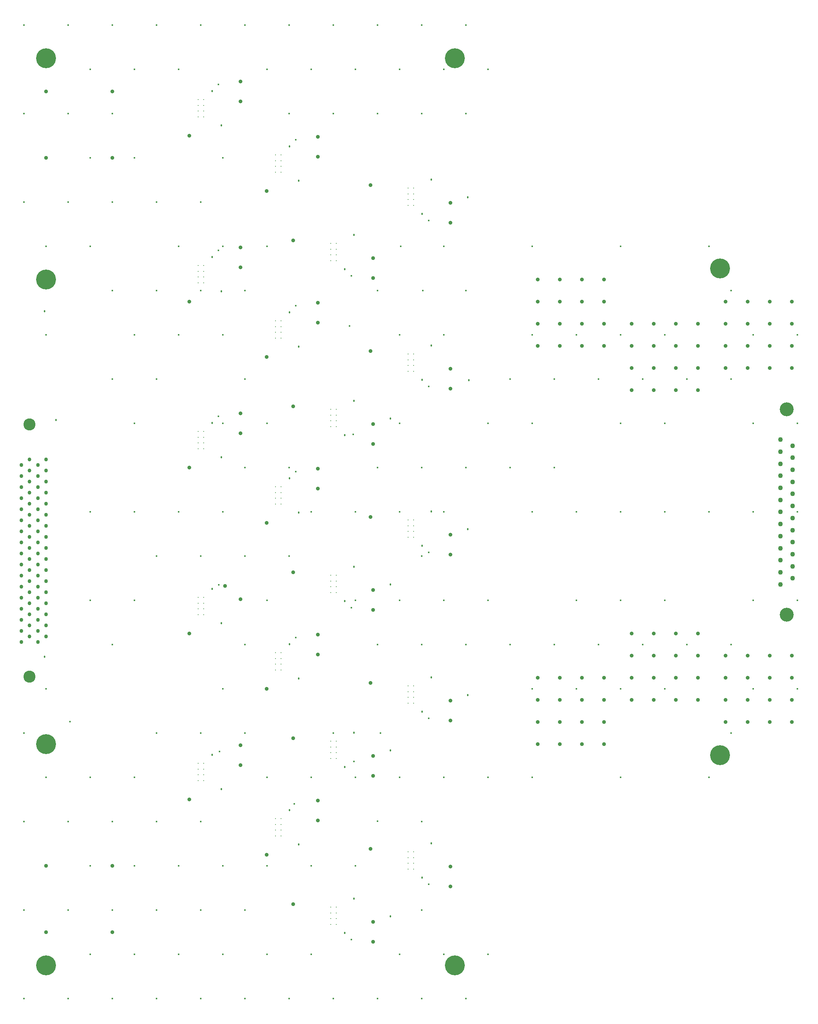
<source format=gbr>
%TF.GenerationSoftware,Altium Limited,Altium Designer,25.0.2 (28)*%
G04 Layer_Color=0*
%FSLAX45Y45*%
%MOMM*%
%TF.SameCoordinates,97F7605E-EDA1-4B57-83DE-D803DCB7673D*%
%TF.FilePolarity,Positive*%
%TF.FileFunction,Plated,1,6,PTH,Drill*%
%TF.Part,Single*%
G01*
G75*
%TA.AperFunction,ComponentDrill*%
%ADD92C,0.86360*%
%ADD93C,2.76860*%
%ADD94C,0.91440*%
%TA.AperFunction,OtherDrill,Pad Free-Vs+ (35.56mm,71.12mm)*%
%ADD95C,0.91440*%
%TA.AperFunction,OtherDrill,Pad Free-Ve (35.56mm,233.68mm)*%
%ADD96C,0.91440*%
%TA.AperFunction,ComponentDrill*%
%ADD97C,1.09000*%
%ADD98C,3.20000*%
%TA.AperFunction,OtherDrill,Pad Free-Vs+ (35.56mm,248.92mm)*%
%ADD99C,0.91440*%
%TA.AperFunction,OtherDrill,Pad Free-Vg (50.8mm,248.92mm)*%
%ADD100C,0.91440*%
%TA.AperFunction,OtherDrill,Pad Free-Vs- (50.8mm,233.68mm)*%
%ADD101C,0.91440*%
%TA.AperFunction,OtherDrill,Pad Free-Ve (35.56mm,55.88mm)*%
%ADD102C,0.91440*%
%TA.AperFunction,OtherDrill,Pad Free-Vs- (50.8mm,55.88mm)*%
%ADD103C,0.91440*%
%TA.AperFunction,OtherDrill,Pad Free-Vg (50.8mm,71.12mm)*%
%ADD104C,0.91440*%
%TA.AperFunction,OtherDrill,Pad Free-4.5mm (190.5mm,208.28mm)*%
%ADD105C,4.57200*%
%TA.AperFunction,OtherDrill,Pad Free-4.5mm (190.5mm,96.52mm)*%
%ADD106C,4.57200*%
%TA.AperFunction,OtherDrill,Pad Free-4.5mm (35.56mm,205.74mm)*%
%ADD107C,4.57200*%
%TA.AperFunction,OtherDrill,Pad Free-4.5mm (35.56mm,99.06mm)*%
%ADD108C,4.57200*%
%TA.AperFunction,OtherDrill,Pad Free-4.5mm (35.56mm,256.54mm)*%
%ADD109C,4.57200*%
%TA.AperFunction,OtherDrill,Pad Free-4.5mm (129.54mm,256.54mm)*%
%ADD110C,4.57200*%
%TA.AperFunction,OtherDrill,Pad Free-4.5mm (129.54mm,48.26mm)*%
%ADD111C,4.57200*%
%TA.AperFunction,OtherDrill,Pad Free-4.5mm (35.56mm,48.26mm)*%
%ADD112C,4.57200*%
%TA.AperFunction,ViaDrill,NotFilled*%
%ADD113C,0.40640*%
%ADD114C,0.45720*%
%ADD115C,0.91440*%
%ADD116C,0.20000*%
D92*
X3365500Y12255500D02*
D03*
Y12509500D02*
D03*
X3556000Y12382500D02*
D03*
X3365500Y12763500D02*
D03*
X3556000Y12636500D02*
D03*
X3365500Y13017500D02*
D03*
X3556000Y12890500D02*
D03*
X3365500Y13271500D02*
D03*
X3556000Y13144501D02*
D03*
X3365500Y13525500D02*
D03*
X3556000Y13398500D02*
D03*
X3365500Y13779500D02*
D03*
X3556000Y13652499D02*
D03*
X3365500Y14033501D02*
D03*
X3556000Y13906500D02*
D03*
X3365500Y14287500D02*
D03*
X3556000Y14160500D02*
D03*
X3365500Y14541499D02*
D03*
X3556000Y14414500D02*
D03*
X3365500Y14795500D02*
D03*
X3556000Y14668500D02*
D03*
X3365500Y15049500D02*
D03*
X3556000Y14922501D02*
D03*
X3365500Y15303500D02*
D03*
X3556000Y15176500D02*
D03*
X3365500Y15557500D02*
D03*
X3556000Y15430499D02*
D03*
X3365500Y15811501D02*
D03*
X3556000Y15684500D02*
D03*
X3365500Y16065500D02*
D03*
X3556000Y15938499D02*
D03*
X3365500Y16319501D02*
D03*
X3556000Y16192500D02*
D03*
Y16446500D02*
D03*
X2984500Y12255500D02*
D03*
Y12509500D02*
D03*
X3175000Y12382500D02*
D03*
X2984500Y12763500D02*
D03*
X3175000Y12636500D02*
D03*
X2984500Y13017500D02*
D03*
X3175000Y12890500D02*
D03*
X2984500Y13271500D02*
D03*
X3175000Y13144501D02*
D03*
X2984500Y13525500D02*
D03*
X3175000Y13398500D02*
D03*
X2984500Y13779500D02*
D03*
X3175000Y13652499D02*
D03*
X2984500Y14033501D02*
D03*
X3175000Y13906500D02*
D03*
X2984500Y14287500D02*
D03*
X3175000Y14160500D02*
D03*
X2984500Y14541499D02*
D03*
X3175000Y14414500D02*
D03*
X2984500Y14795500D02*
D03*
X3175000Y14668500D02*
D03*
X2984500Y15049500D02*
D03*
X3175000Y14922501D02*
D03*
X2984500Y15303500D02*
D03*
X3175000Y15176500D02*
D03*
X2984500Y15557500D02*
D03*
X3175000Y15430499D02*
D03*
X2984500Y15811501D02*
D03*
X3175000Y15684500D02*
D03*
X2984500Y16065500D02*
D03*
X3175000Y15938499D02*
D03*
X2984500Y16319501D02*
D03*
X3175000Y16192500D02*
D03*
Y16446500D02*
D03*
D93*
Y11455400D02*
D03*
Y17246600D02*
D03*
D94*
X16383000Y19050000D02*
D03*
Y19558000D02*
D03*
Y20066000D02*
D03*
Y20574001D02*
D03*
X15875000Y19050000D02*
D03*
Y19558000D02*
D03*
Y20066000D02*
D03*
Y20574001D02*
D03*
X15367000Y19050000D02*
D03*
Y19558000D02*
D03*
Y20066000D02*
D03*
Y20574001D02*
D03*
X14859000Y19050000D02*
D03*
Y19558000D02*
D03*
Y20066000D02*
D03*
Y20574001D02*
D03*
X18542000Y12446000D02*
D03*
Y11938000D02*
D03*
Y11430000D02*
D03*
Y10922000D02*
D03*
X18034000Y12446000D02*
D03*
Y11938000D02*
D03*
Y11430000D02*
D03*
Y10922000D02*
D03*
X17525999Y12446000D02*
D03*
Y11938000D02*
D03*
Y11430000D02*
D03*
Y10922000D02*
D03*
X17017999Y12446000D02*
D03*
Y11938000D02*
D03*
Y11430000D02*
D03*
Y10922000D02*
D03*
X20700999Y11938000D02*
D03*
Y11430000D02*
D03*
Y10922000D02*
D03*
Y10414000D02*
D03*
X20192999Y11938000D02*
D03*
Y11430000D02*
D03*
Y10922000D02*
D03*
Y10414000D02*
D03*
X19685001Y11938000D02*
D03*
Y11430000D02*
D03*
Y10922000D02*
D03*
Y10414000D02*
D03*
X19177000Y11938000D02*
D03*
Y11430000D02*
D03*
Y10922000D02*
D03*
Y10414000D02*
D03*
X20700999Y18542000D02*
D03*
Y19050000D02*
D03*
Y19558000D02*
D03*
Y20066000D02*
D03*
X20192999Y18542000D02*
D03*
Y19050000D02*
D03*
Y19558000D02*
D03*
Y20066000D02*
D03*
X19685001Y18542000D02*
D03*
Y19050000D02*
D03*
Y19558000D02*
D03*
Y20066000D02*
D03*
X19177000Y18542000D02*
D03*
Y19050000D02*
D03*
Y19558000D02*
D03*
Y20066000D02*
D03*
X16383000Y11430000D02*
D03*
Y10922000D02*
D03*
Y10414000D02*
D03*
Y9906000D02*
D03*
X15875000Y11430000D02*
D03*
Y10922000D02*
D03*
Y10414000D02*
D03*
Y9906000D02*
D03*
X15367000Y11430000D02*
D03*
Y10922000D02*
D03*
Y10414000D02*
D03*
Y9906000D02*
D03*
X14859000Y11430000D02*
D03*
Y10922000D02*
D03*
Y10414000D02*
D03*
Y9906000D02*
D03*
X18542000Y18034000D02*
D03*
Y18542000D02*
D03*
Y19050000D02*
D03*
Y19558000D02*
D03*
X18034000Y18034000D02*
D03*
Y18542000D02*
D03*
Y19050000D02*
D03*
Y19558000D02*
D03*
X17525999Y18034000D02*
D03*
Y18542000D02*
D03*
Y19050000D02*
D03*
Y19558000D02*
D03*
X17017999Y18034000D02*
D03*
Y18542000D02*
D03*
Y19050000D02*
D03*
Y19558000D02*
D03*
D95*
X3556000Y7112000D02*
D03*
D96*
Y23367999D02*
D03*
D97*
X20716200Y13716499D02*
D03*
Y13993500D02*
D03*
Y14270500D02*
D03*
Y14547501D02*
D03*
Y14824500D02*
D03*
Y15101500D02*
D03*
Y15378500D02*
D03*
Y15655499D02*
D03*
Y15932500D02*
D03*
Y16209500D02*
D03*
Y16486501D02*
D03*
Y16763499D02*
D03*
X20432201Y13578000D02*
D03*
Y13855000D02*
D03*
Y14132001D02*
D03*
Y14409000D02*
D03*
Y14686000D02*
D03*
Y14963000D02*
D03*
Y16625000D02*
D03*
Y16902000D02*
D03*
Y16071001D02*
D03*
Y16348000D02*
D03*
Y15794000D02*
D03*
Y15517000D02*
D03*
Y15239999D02*
D03*
D98*
X20574200Y17595000D02*
D03*
Y12885001D02*
D03*
D99*
X3556000Y24892000D02*
D03*
D100*
X5080000D02*
D03*
D101*
Y23367999D02*
D03*
D102*
X3556000Y5588000D02*
D03*
D103*
X5080000D02*
D03*
D104*
Y7112000D02*
D03*
D105*
X19050000Y20828000D02*
D03*
D106*
Y9652000D02*
D03*
D107*
X3556000Y20574001D02*
D03*
D108*
Y9906000D02*
D03*
D109*
Y25654001D02*
D03*
D110*
X12953999D02*
D03*
D111*
Y4826000D02*
D03*
D112*
X3556000D02*
D03*
D113*
X10629900Y9508700D02*
D03*
X10609490Y17018510D02*
D03*
X10574990Y5423410D02*
D03*
X12352990Y6693410D02*
D03*
X12352480Y10503920D02*
D03*
X10574480Y13043919D02*
D03*
X12352990Y14313409D02*
D03*
X12352480Y18123920D02*
D03*
X10574480Y20663921D02*
D03*
X12352990Y21933411D02*
D03*
X7526990Y13564110D02*
D03*
X9254740Y8540036D02*
D03*
X7539690Y9741410D02*
D03*
X9295380Y12358120D02*
D03*
X9295890Y16167610D02*
D03*
X7517380Y17438120D02*
D03*
X9295380Y19978120D02*
D03*
X7518400Y21247099D02*
D03*
X9295890Y23787610D02*
D03*
X7518400Y25057100D02*
D03*
X10528300Y19507201D02*
D03*
X4102100Y10426700D02*
D03*
X4572000Y23367999D02*
D03*
X19812000Y13208000D02*
D03*
X14732001Y21336000D02*
D03*
X16764000Y13208000D02*
D03*
X11176000Y16256000D02*
D03*
X16764000Y11176000D02*
D03*
X5080000Y8128000D02*
D03*
X3556000Y19303999D02*
D03*
X11684000Y5080000D02*
D03*
X13208000Y12192000D02*
D03*
X5588000Y17272000D02*
D03*
X6096000Y26416000D02*
D03*
X5080000Y4064000D02*
D03*
X14732001Y9144000D02*
D03*
X20828000Y11176000D02*
D03*
X18288000Y18288000D02*
D03*
X10668000Y15239999D02*
D03*
X12700000Y19303999D02*
D03*
X4572000Y7112000D02*
D03*
X5080000Y22352000D02*
D03*
X13716000Y5080000D02*
D03*
X4064000Y4064000D02*
D03*
X6096000D02*
D03*
X3556000Y9144000D02*
D03*
X5080000Y26416000D02*
D03*
X15748000Y15239999D02*
D03*
X5588000D02*
D03*
X11176000Y20320000D02*
D03*
X9652000Y7112000D02*
D03*
X12700000Y21336000D02*
D03*
X3048000Y10160000D02*
D03*
X20828000Y15239999D02*
D03*
X9144000Y26416000D02*
D03*
X12192000Y4064000D02*
D03*
X13208000D02*
D03*
X10668000Y7112000D02*
D03*
X5080000Y18288000D02*
D03*
X6604000Y21336000D02*
D03*
X10160000Y4064000D02*
D03*
X19303999Y20320000D02*
D03*
X3048000Y24384000D02*
D03*
X5080000D02*
D03*
X7620000Y23367999D02*
D03*
X8128000Y20320000D02*
D03*
X7112000Y4064000D02*
D03*
X13208000Y20320000D02*
D03*
X16764000Y15239999D02*
D03*
X4064000Y22352000D02*
D03*
X17780000Y19303999D02*
D03*
X10668000Y9144000D02*
D03*
X11176000Y12192000D02*
D03*
X17780000Y13208000D02*
D03*
X13208000Y24384000D02*
D03*
X8636000Y25400000D02*
D03*
X5588000Y19303999D02*
D03*
X16256000Y18288000D02*
D03*
X13208000Y26416000D02*
D03*
X15748000Y13208000D02*
D03*
X13716000Y9144000D02*
D03*
X6096000Y20320000D02*
D03*
X13716000Y25400000D02*
D03*
X17780000Y11176000D02*
D03*
X6604000Y15239999D02*
D03*
X15239999Y12192000D02*
D03*
X15748000Y19303999D02*
D03*
X7112000Y22352000D02*
D03*
X4064000Y26416000D02*
D03*
X15748000Y11176000D02*
D03*
X6096000Y14224001D02*
D03*
X3048000Y22352000D02*
D03*
X19812000Y15239999D02*
D03*
X5588000Y13208000D02*
D03*
X16764000Y17272000D02*
D03*
X8636000Y21336000D02*
D03*
X14732001Y17272000D02*
D03*
X4064000Y8128000D02*
D03*
X10668000Y13208000D02*
D03*
X5588000Y25400000D02*
D03*
X7112000Y26416000D02*
D03*
X11709400Y21336000D02*
D03*
X5588000Y7112000D02*
D03*
X19812000Y11176000D02*
D03*
X7112000Y20320000D02*
D03*
X12217400D02*
D03*
X12192000Y26416000D02*
D03*
X16764000Y19303999D02*
D03*
X12192000Y12192000D02*
D03*
X6604000Y5080000D02*
D03*
X13208000Y16256000D02*
D03*
X3556000Y21336000D02*
D03*
X12700000Y9144000D02*
D03*
X3048000Y4064000D02*
D03*
X9144000Y24384000D02*
D03*
X8128000Y14224001D02*
D03*
X19303999Y10160000D02*
D03*
X11239500D02*
D03*
X8636000Y7112000D02*
D03*
X11176000Y8140700D02*
D03*
X7620000Y11176000D02*
D03*
X8636000Y9144000D02*
D03*
X9652000Y5080000D02*
D03*
X7620000Y21336000D02*
D03*
X13716000Y13208000D02*
D03*
X14224001Y12192000D02*
D03*
X5588000Y9144000D02*
D03*
X12700000Y15239999D02*
D03*
X3048000Y6096000D02*
D03*
X10160000Y26416000D02*
D03*
X6604000Y7112000D02*
D03*
X16764000Y9144000D02*
D03*
X11684000Y25400000D02*
D03*
X6096000Y18288000D02*
D03*
X10160000Y10160000D02*
D03*
X7620000Y7112000D02*
D03*
X9652000Y9144000D02*
D03*
X15239999Y16256000D02*
D03*
X8636000Y17272000D02*
D03*
X4064000Y6096000D02*
D03*
X5588000Y5080000D02*
D03*
X12700000Y25400000D02*
D03*
X18796001Y15239999D02*
D03*
X11176000Y26416000D02*
D03*
X7112000Y8128000D02*
D03*
X9652000Y25400000D02*
D03*
X11684000Y13208000D02*
D03*
X16764000Y21336000D02*
D03*
X20828000Y17272000D02*
D03*
X8636000Y5080000D02*
D03*
X18796001Y9144000D02*
D03*
X11684000Y15239999D02*
D03*
X4572000Y5080000D02*
D03*
X7112000Y6096000D02*
D03*
X11684000Y19303999D02*
D03*
X14732001Y15239999D02*
D03*
X9144000Y14224001D02*
D03*
X14732001Y19303999D02*
D03*
X7112000Y10160000D02*
D03*
X19303999Y12192000D02*
D03*
X8128000Y6096000D02*
D03*
X10668000Y25400000D02*
D03*
X4572000Y9144000D02*
D03*
X12192000Y14224001D02*
D03*
X6096000Y10160000D02*
D03*
X5080000Y12192000D02*
D03*
X20828000Y13208000D02*
D03*
X19812000Y17272000D02*
D03*
X8128000Y16256000D02*
D03*
X14224001Y18288000D02*
D03*
X8128000Y12192000D02*
D03*
X11684000Y9144000D02*
D03*
X7620000Y19303999D02*
D03*
X18796001Y21336000D02*
D03*
X15239999Y18288000D02*
D03*
X4064000Y24384000D02*
D03*
X6096000Y6096000D02*
D03*
X5080000Y20320000D02*
D03*
X4572000Y13208000D02*
D03*
X12192000Y16256000D02*
D03*
X17272000Y18288000D02*
D03*
X7620000Y17272000D02*
D03*
X18288000Y12192000D02*
D03*
X6096000Y8128000D02*
D03*
X8128000Y10160000D02*
D03*
X12192000Y24384000D02*
D03*
X6604000Y19303999D02*
D03*
X10160000Y24384000D02*
D03*
X11176000Y4064000D02*
D03*
X7112000Y14224001D02*
D03*
X17780000Y17272000D02*
D03*
X12700000Y13208000D02*
D03*
X12192000Y6096000D02*
D03*
X20828000Y19303999D02*
D03*
X3048000Y26416000D02*
D03*
X7620000Y15239999D02*
D03*
X4572000Y25400000D02*
D03*
X8128000Y18288000D02*
D03*
X3048000Y8128000D02*
D03*
X9144000Y4064000D02*
D03*
X3556000Y11176000D02*
D03*
X9144000Y16256000D02*
D03*
X7620000Y5080000D02*
D03*
X17780000Y15239999D02*
D03*
X19303999Y18288000D02*
D03*
X4572000Y21336000D02*
D03*
X8128000Y26416000D02*
D03*
X6096000Y22352000D02*
D03*
X8128000Y4064000D02*
D03*
X12700000Y5080000D02*
D03*
X16256000Y12192000D02*
D03*
X5588000Y23367999D02*
D03*
X9652000Y15239999D02*
D03*
X17272000Y12192000D02*
D03*
X11684000Y17272000D02*
D03*
X5080000Y6096000D02*
D03*
X8636000Y13208000D02*
D03*
X19812000Y19303999D02*
D03*
X6604000Y25400000D02*
D03*
X13716000Y17272000D02*
D03*
X14224001Y16256000D02*
D03*
X4572000Y15239999D02*
D03*
X14732001Y11176000D02*
D03*
X11176000Y24384000D02*
D03*
X12192000Y8128000D02*
D03*
D114*
X13271500Y18262601D02*
D03*
X3517900Y19850101D02*
D03*
X11468100Y5956300D02*
D03*
Y9766300D02*
D03*
X13246100Y11036300D02*
D03*
X11468100Y13576300D02*
D03*
X13246100Y22466299D02*
D03*
X11468100Y17386301D02*
D03*
X13246100Y14846300D02*
D03*
X10417600Y5575300D02*
D03*
X10628300Y6362700D02*
D03*
X12195600Y6845300D02*
D03*
X12406300Y7632700D02*
D03*
X10417600Y9385300D02*
D03*
X10628300Y10172700D02*
D03*
X12195600Y10655300D02*
D03*
X12406300Y11442700D02*
D03*
X10417600Y13195300D02*
D03*
X10628300Y13982700D02*
D03*
X12195600Y14465300D02*
D03*
X12406300Y15252699D02*
D03*
X10417090Y17005811D02*
D03*
X10628300Y17792700D02*
D03*
X12195090Y18275810D02*
D03*
X12406300Y19062700D02*
D03*
X10417600Y20815300D02*
D03*
X10628300Y21602699D02*
D03*
X12195600Y22085300D02*
D03*
X12406300Y22872701D02*
D03*
X9357790Y7607810D02*
D03*
X9147090Y8395210D02*
D03*
X7579790Y8877810D02*
D03*
X7369090Y9665210D02*
D03*
X9357790Y11417810D02*
D03*
X9147090Y12205210D02*
D03*
X7579790Y12687810D02*
D03*
X7369090Y13475211D02*
D03*
X9357790Y15227811D02*
D03*
X9147090Y16015210D02*
D03*
X7579790Y16497810D02*
D03*
X7369090Y17285210D02*
D03*
X9357790Y19037810D02*
D03*
X9147090Y19825211D02*
D03*
X7579790Y20307809D02*
D03*
X7369090Y21095210D02*
D03*
X9357790Y22847810D02*
D03*
X9147600Y23634700D02*
D03*
X7579790Y24117810D02*
D03*
X7369600Y24904700D02*
D03*
X3517900Y11912600D02*
D03*
X3784600Y17348199D02*
D03*
D115*
X7670800Y13538200D02*
D03*
X8026400Y25120599D02*
D03*
X9804400Y23850600D02*
D03*
X8026400Y21310600D02*
D03*
X9804400Y20040601D02*
D03*
X8026400Y17500600D02*
D03*
X9804400Y16230600D02*
D03*
Y12420600D02*
D03*
X8026400Y9880600D02*
D03*
X9804400Y8610600D02*
D03*
X11074400Y5372100D02*
D03*
X12852400Y6642100D02*
D03*
X11074400Y9182100D02*
D03*
X12852400Y10452100D02*
D03*
Y21882100D02*
D03*
X11074400Y20612100D02*
D03*
X12852400Y18072099D02*
D03*
X11074400Y16802100D02*
D03*
X12852400Y14262100D02*
D03*
X11074400Y12992101D02*
D03*
X12852400Y22339301D02*
D03*
X11010900Y22745700D02*
D03*
X12852400Y18529300D02*
D03*
X11010900Y18935699D02*
D03*
X12852400Y14719299D02*
D03*
X11010900Y15125700D02*
D03*
X12852400Y10909300D02*
D03*
X11010900Y11315700D02*
D03*
X12852400Y7099300D02*
D03*
X11010900Y7505700D02*
D03*
X8623300Y7366000D02*
D03*
X9804400Y8153400D02*
D03*
X8623300Y11176000D02*
D03*
X9804400Y11963400D02*
D03*
X8623300Y22606000D02*
D03*
X9804400Y23393401D02*
D03*
X8623300Y14986000D02*
D03*
X9804400Y15773399D02*
D03*
Y19583400D02*
D03*
X8623300Y18796001D02*
D03*
X11074400Y5829300D02*
D03*
Y9639300D02*
D03*
Y21069299D02*
D03*
Y17259300D02*
D03*
X9232900Y6235700D02*
D03*
Y10045700D02*
D03*
Y21475700D02*
D03*
Y17665700D02*
D03*
Y13855701D02*
D03*
X11074400Y13449300D02*
D03*
X8026400Y9423400D02*
D03*
Y13233400D02*
D03*
Y24663400D02*
D03*
Y20853400D02*
D03*
X6845300Y8636000D02*
D03*
Y12446000D02*
D03*
Y20066000D02*
D03*
Y23875999D02*
D03*
Y16256000D02*
D03*
X8026400Y17043401D02*
D03*
D116*
X12003000Y7044000D02*
D03*
X11873000D02*
D03*
X12003000Y7434000D02*
D03*
X11873000D02*
D03*
X12003000Y7304000D02*
D03*
X11873000D02*
D03*
X12003000Y7174000D02*
D03*
X11873000D02*
D03*
X12003000Y10854000D02*
D03*
X11873000D02*
D03*
X12003000Y11244000D02*
D03*
X11873000D02*
D03*
X12003000Y11114000D02*
D03*
X11873000D02*
D03*
X12003000Y10984000D02*
D03*
X11873000D02*
D03*
X12003000Y22284000D02*
D03*
X11873000D02*
D03*
X12003000Y22674001D02*
D03*
X11873000D02*
D03*
X12003000Y22544000D02*
D03*
X11873000D02*
D03*
X12003000Y22414000D02*
D03*
X11873000D02*
D03*
X12003000Y18474001D02*
D03*
X11873000D02*
D03*
X12003000Y18864000D02*
D03*
X11873000D02*
D03*
X12003000Y18734000D02*
D03*
X11873000D02*
D03*
X12003000Y18603999D02*
D03*
X11873000D02*
D03*
X12003000Y14664000D02*
D03*
X11873000D02*
D03*
X12003000Y15053999D02*
D03*
X11873000D02*
D03*
X12003000Y14924001D02*
D03*
X11873000D02*
D03*
X12003000Y14794000D02*
D03*
X11873000D02*
D03*
X8955000Y8196000D02*
D03*
X8825000D02*
D03*
X8955000Y7806000D02*
D03*
X8825000D02*
D03*
X8955000Y7936000D02*
D03*
X8825000D02*
D03*
X8955000Y8066000D02*
D03*
X8825000D02*
D03*
X8955000Y23436000D02*
D03*
X8825000D02*
D03*
X8955000Y23046001D02*
D03*
X8825000D02*
D03*
X8955000Y23175999D02*
D03*
X8825000D02*
D03*
X8955000Y23306000D02*
D03*
X8825000D02*
D03*
X8955000Y19625999D02*
D03*
X8825000D02*
D03*
X8955000Y19236000D02*
D03*
X8825000D02*
D03*
X8955000Y19366000D02*
D03*
X8825000D02*
D03*
X8955000Y19496001D02*
D03*
X8825000D02*
D03*
X8955000Y12006000D02*
D03*
X8825000D02*
D03*
X8955000Y11616000D02*
D03*
X8825000D02*
D03*
X8955000Y11746000D02*
D03*
X8825000D02*
D03*
X8955000Y11876000D02*
D03*
X8825000D02*
D03*
X8955000Y15816000D02*
D03*
X8825000D02*
D03*
X8955000Y15425999D02*
D03*
X8825000D02*
D03*
X8955000Y15556000D02*
D03*
X8825000D02*
D03*
X8955000Y15686000D02*
D03*
X8825000D02*
D03*
X10225000Y5774000D02*
D03*
X10095000D02*
D03*
X10225000Y6164000D02*
D03*
X10095000D02*
D03*
X10225000Y6034000D02*
D03*
X10095000D02*
D03*
X10225000Y5904000D02*
D03*
X10095000D02*
D03*
X10225000Y9584000D02*
D03*
X10095000D02*
D03*
X10225000Y9974000D02*
D03*
X10095000D02*
D03*
X10225000Y9844000D02*
D03*
X10095000D02*
D03*
X10225000Y9714000D02*
D03*
X10095000D02*
D03*
X10225000Y21014000D02*
D03*
X10095000D02*
D03*
X10225000Y21403999D02*
D03*
X10095000D02*
D03*
X10225000Y21274001D02*
D03*
X10095000D02*
D03*
X10225000Y21144000D02*
D03*
X10095000D02*
D03*
X10225000Y17203999D02*
D03*
X10095000D02*
D03*
X10225000Y17594000D02*
D03*
X10095000D02*
D03*
X10225000Y17464000D02*
D03*
X10095000D02*
D03*
X10225000Y17334000D02*
D03*
X10095000D02*
D03*
X10225000Y13394000D02*
D03*
X10095000D02*
D03*
X10225000Y13784000D02*
D03*
X10095000D02*
D03*
X10225000Y13653999D02*
D03*
X10095000D02*
D03*
X10225000Y13524001D02*
D03*
X10095000D02*
D03*
X7177000Y24706000D02*
D03*
X7047000D02*
D03*
X7177000Y24316000D02*
D03*
X7047000D02*
D03*
X7177000Y24446001D02*
D03*
X7047000D02*
D03*
X7177000Y24575999D02*
D03*
X7047000D02*
D03*
X7177000Y20896001D02*
D03*
X7047000D02*
D03*
X7177000Y20506000D02*
D03*
X7047000D02*
D03*
X7177000Y20636000D02*
D03*
X7047000D02*
D03*
X7177000Y20766000D02*
D03*
X7047000D02*
D03*
X7177000Y9466000D02*
D03*
X7047000D02*
D03*
X7177000Y9076000D02*
D03*
X7047000D02*
D03*
X7177000Y9206000D02*
D03*
X7047000D02*
D03*
X7177000Y9336000D02*
D03*
X7047000D02*
D03*
X7177000Y13275999D02*
D03*
X7047000D02*
D03*
X7177000Y12886000D02*
D03*
X7047000D02*
D03*
X7177000Y13016000D02*
D03*
X7047000D02*
D03*
X7177000Y13146001D02*
D03*
X7047000D02*
D03*
X7177000Y17086000D02*
D03*
X7047000D02*
D03*
X7177000Y16696001D02*
D03*
X7047000D02*
D03*
X7177000Y16825999D02*
D03*
X7047000D02*
D03*
X7177000Y16956000D02*
D03*
X7047000D02*
D03*
%TF.MD5,f5891f5f38507be42b0635cae9b143d0*%
M02*

</source>
